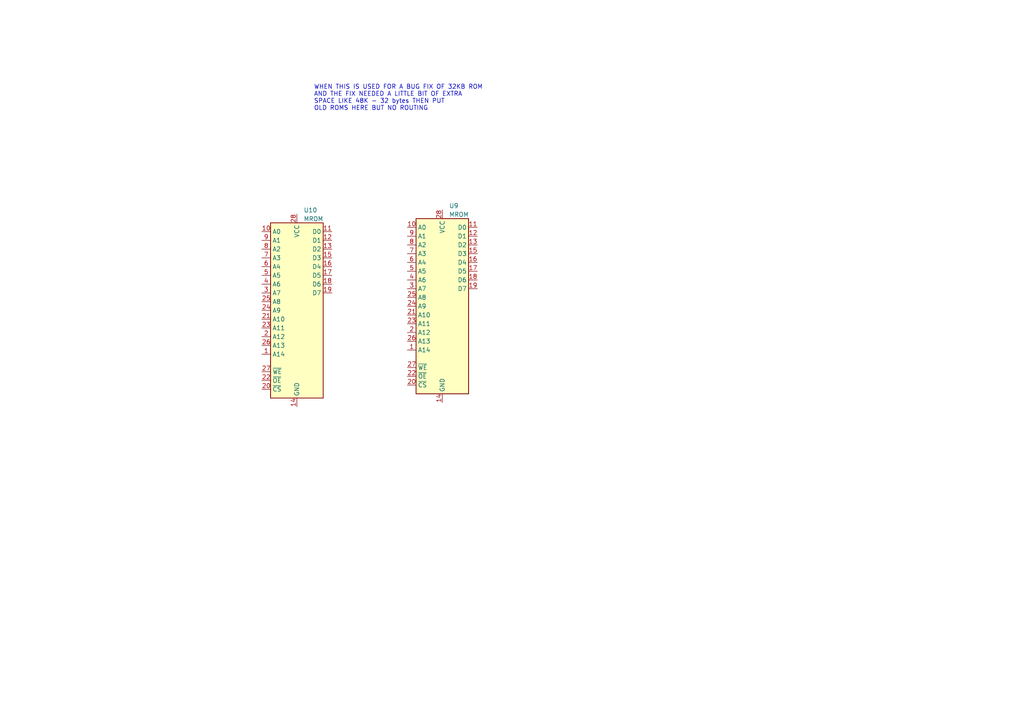
<source format=kicad_sch>
(kicad_sch (version 20230121) (generator eeschema)
  (paper "A4")
  (lib_symbols
    (symbol "Memory_EEPROM:28C256"
      (property "Reference" "U" (at -7.62 26.67 0))
      (property "Value" "28C256" (at 2.54 -26.67 0))
      (symbol "28C256_1_1"
        (rectangle (start -7.62 25.4) (end 7.62 -25.4) (stroke (width 0.254)) (fill (type background)))
        (pin input line (at -10.16 -12.7 0) (length 2.54) (name "A14") (number "1"))
        (pin input line (at -10.16 22.86 0) (length 2.54) (name "A0") (number "10"))
        (pin tri_state line (at 10.16 22.86 180) (length 2.54) (name "D0") (number "11"))
        (pin tri_state line (at 10.16 20.32 180) (length 2.54) (name "D1") (number "12"))
        (pin tri_state line (at 10.16 17.78 180) (length 2.54) (name "D2") (number "13"))
        (pin power_in line (at 0 -27.94 90) (length 2.54) (name "GND") (number "14"))
        (pin tri_state line (at 10.16 15.24 180) (length 2.54) (name "D3") (number "15"))
        (pin tri_state line (at 10.16 12.7 180) (length 2.54) (name "D4") (number "16"))
        (pin tri_state line (at 10.16 10.16 180) (length 2.54) (name "D5") (number "17"))
        (pin tri_state line (at 10.16 7.62 180) (length 2.54) (name "D6") (number "18"))
        (pin tri_state line (at 10.16 5.08 180) (length 2.54) (name "D7") (number "19"))
        (pin input line (at -10.16 -7.62 0) (length 2.54) (name "A12") (number "2"))
        (pin input line (at -10.16 -22.86 0) (length 2.54) (name "~{CS}") (number "20"))
        (pin input line (at -10.16 -2.54 0) (length 2.54) (name "A10") (number "21"))
        (pin input line (at -10.16 -20.32 0) (length 2.54) (name "~{OE}") (number "22"))
        (pin input line (at -10.16 -5.08 0) (length 2.54) (name "A11") (number "23"))
        (pin input line (at -10.16 0 0) (length 2.54) (name "A9") (number "24"))
        (pin input line (at -10.16 2.54 0) (length 2.54) (name "A8") (number "25"))
        (pin input line (at -10.16 -10.16 0) (length 2.54) (name "A13") (number "26"))
        (pin input line (at -10.16 -17.78 0) (length 2.54) (name "~{WE}") (number "27"))
        (pin power_in line (at 0 27.94 270) (length 2.54) (name "VCC") (number "28"))
        (pin input line (at -10.16 5.08 0) (length 2.54) (name "A7") (number "3"))
        (pin input line (at -10.16 7.62 0) (length 2.54) (name "A6") (number "4"))
        (pin input line (at -10.16 10.16 0) (length 2.54) (name "A5") (number "5"))
        (pin input line (at -10.16 12.7 0) (length 2.54) (name "A4") (number "6"))
        (pin input line (at -10.16 15.24 0) (length 2.54) (name "A3") (number "7"))
        (pin input line (at -10.16 17.78 0) (length 2.54) (name "A2") (number "8"))
        (pin input line (at -10.16 20.32 0) (length 2.54) (name "A1") (number "9"))
      )
    )
  )
  (text "WHEN THIS IS USED FOR A BUG FIX OF 32KB ROM\nAND THE FIX NEEDED A LITTLE BIT OF EXTRA\nSPACE LIKE 48K - 32 bytes THEN PUT\nOLD ROMS HERE BUT NO ROUTING" (at 91.0336 32.2072 0) (effects (font (size 1.27 1.27)) (justify left bottom)))
  (symbol (lib_id "Memory_EEPROM:28C256") (at 128.2954 88.8238 0) (unit 1)
    (property "Reference" "U9" (at 130.2513 59.69 0) (effects (justify left)))
    (property "Value" "MROM" (at 130.2513 62.23 0) (effects (justify left)))
    (property "Footprint" "Package_DIP:DIP-28_W15.24mm" (effects hide))
    (property "Datasheet" "http://ww1.microchip.com/downloads/en/DeviceDoc/doc0006.pdf" (effects hide))
    (instances (project "AS-NES-Mapper474" (path "" (reference "U9") (unit 1)) (path "" (reference "U10") (unit 1))))
  )
  (symbol (lib_id "Memory_EEPROM:28C256") (at 86.106 90.043 0) (unit 1)
    (property "Reference" "U10" (at 88.0619 60.96 0) (effects (justify left)))
    (property "Value" "MROM" (at 88.0619 63.5 0) (effects (justify left)))
    (property "Footprint" "Package_DIP:DIP-28_W15.24mm" (effects hide))
    (property "Datasheet" "http://ww1.microchip.com/downloads/en/DeviceDoc/doc0006.pdf" (effects hide))
    (instances (project "AS-NES-Mapper474" (path "" (reference "U10") (unit 1)) (path "" (reference "U9") (unit 1))))
  )
)
</source>
